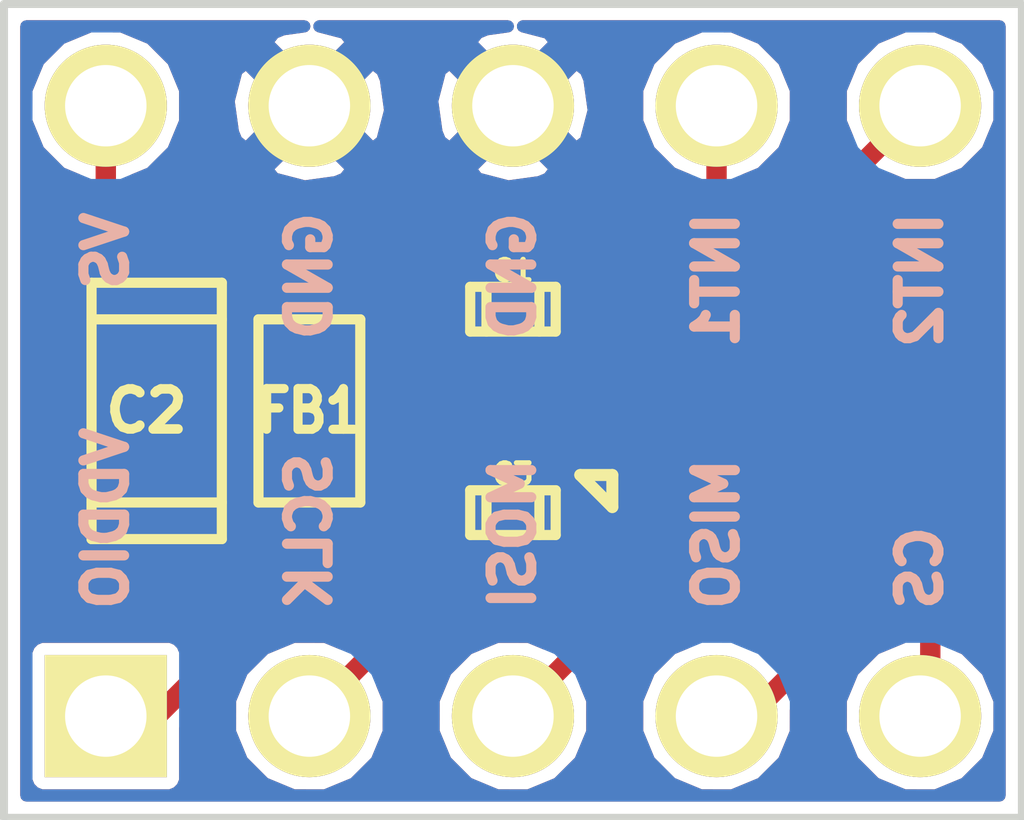
<source format=kicad_pcb>
(kicad_pcb (version 3) (host pcbnew "(2013-june-11)-stable")

  (general
    (links 20)
    (no_connects 0)
    (area 158.699999 98.3234 171.500001 112.4966)
    (thickness 1.6)
    (drawings 14)
    (tracks 41)
    (zones 0)
    (modules 7)
    (nets 10)
  )

  (page A3)
  (layers
    (15 F.Cu signal hide)
    (0 B.Cu signal hide)
    (19 F.Paste user)
    (20 B.SilkS user)
    (21 F.SilkS user)
    (22 B.Mask user)
    (23 F.Mask user)
    (28 Edge.Cuts user)
  )

  (setup
    (last_trace_width 0.254)
    (trace_clearance 0.127)
    (zone_clearance 0.1524)
    (zone_45_only no)
    (trace_min 0.127)
    (segment_width 0.2)
    (edge_width 0.1)
    (via_size 0.889)
    (via_drill 0.635)
    (via_min_size 0.4572)
    (via_min_drill 0.254)
    (uvia_size 0.508)
    (uvia_drill 0.127)
    (uvias_allowed no)
    (uvia_min_size 0.508)
    (uvia_min_drill 0.127)
    (pcb_text_width 0.3)
    (pcb_text_size 1.5 1.5)
    (mod_edge_width 0.15)
    (mod_text_size 1 1)
    (mod_text_width 0.15)
    (pad_size 1.524 1.524)
    (pad_drill 1.016)
    (pad_to_mask_clearance 0)
    (aux_axis_origin 0 0)
    (visible_elements FFFFFFBF)
    (pcbplotparams
      (layerselection 284721153)
      (usegerberextensions true)
      (excludeedgelayer true)
      (linewidth 0.150000)
      (plotframeref false)
      (viasonmask false)
      (mode 1)
      (useauxorigin false)
      (hpglpennumber 1)
      (hpglpenspeed 20)
      (hpglpendiameter 15)
      (hpglpenoverlay 2)
      (psnegative false)
      (psa4output false)
      (plotreference true)
      (plotvalue true)
      (plotothertext true)
      (plotinvisibletext false)
      (padsonsilk false)
      (subtractmaskfromsilk false)
      (outputformat 1)
      (mirror false)
      (drillshape 0)
      (scaleselection 1)
      (outputdirectory gerbers/))
  )

  (net 0 "")
  (net 1 /CS)
  (net 2 /INT1)
  (net 3 /INT2)
  (net 4 /MISO)
  (net 5 /MOSI)
  (net 6 /SCLK)
  (net 7 /VDDIO)
  (net 8 /VS)
  (net 9 GND)

  (net_class Default "This is the default net class."
    (clearance 0.127)
    (trace_width 0.254)
    (via_dia 0.889)
    (via_drill 0.635)
    (uvia_dia 0.508)
    (uvia_drill 0.127)
    (add_net "")
    (add_net /CS)
    (add_net /INT1)
    (add_net /INT2)
    (add_net /MISO)
    (add_net /MOSI)
    (add_net /SCLK)
    (add_net /VDDIO)
    (add_net /VS)
    (add_net GND)
  )

  (module PIN_ARRAY_5x1 (layer F.Cu) (tedit 53CB0137) (tstamp 53CAFF39)
    (at 165.1 109.22)
    (descr "Double rangee de contacts 2 x 5 pins")
    (tags CONN)
    (path /53CAFEBF)
    (fp_text reference P1 (at 0 -2.54) (layer F.SilkS) hide
      (effects (font (size 1.016 1.016) (thickness 0.2032)))
    )
    (fp_text value CONN_5 (at 0 2.54) (layer F.SilkS) hide
      (effects (font (size 1.016 1.016) (thickness 0.2032)))
    )
    (pad 1 thru_hole rect (at -5.08 0) (size 1.524 1.524) (drill 1.016)
      (layers *.Cu *.Mask F.SilkS)
      (net 7 /VDDIO)
    )
    (pad 2 thru_hole circle (at -2.54 0) (size 1.524 1.524) (drill 1.016)
      (layers *.Cu *.Mask F.SilkS)
      (net 6 /SCLK)
    )
    (pad 3 thru_hole circle (at 0 0) (size 1.524 1.524) (drill 1.016)
      (layers *.Cu *.Mask F.SilkS)
      (net 5 /MOSI)
    )
    (pad 4 thru_hole circle (at 2.54 0) (size 1.524 1.524) (drill 1.016)
      (layers *.Cu *.Mask F.SilkS)
      (net 4 /MISO)
    )
    (pad 5 thru_hole circle (at 5.08 0) (size 1.524 1.524) (drill 1.016)
      (layers *.Cu *.Mask F.SilkS)
      (net 1 /CS)
    )
    (model pin_array/pins_array_5x1.wrl
      (at (xyz 0 0 0))
      (scale (xyz 1 1 1))
      (rotate (xyz 0 0 0))
    )
  )

  (module PIN_ARRAY_5x1 (layer F.Cu) (tedit 53CB0144) (tstamp 53CAFF2C)
    (at 165.1 101.6 180)
    (descr "Double rangee de contacts 2 x 5 pins")
    (tags CONN)
    (path /53CAFEB0)
    (fp_text reference P2 (at 0 -2.54 180) (layer F.SilkS) hide
      (effects (font (size 1.016 1.016) (thickness 0.2032)))
    )
    (fp_text value CONN_5 (at 0 2.54 180) (layer F.SilkS) hide
      (effects (font (size 1.016 1.016) (thickness 0.2032)))
    )
    (pad 1 thru_hole circle (at -5.08 0 180) (size 1.524 1.524) (drill 1.016)
      (layers *.Cu *.Mask F.SilkS)
      (net 3 /INT2)
    )
    (pad 2 thru_hole circle (at -2.54 0 180) (size 1.524 1.524) (drill 1.016)
      (layers *.Cu *.Mask F.SilkS)
      (net 2 /INT1)
    )
    (pad 3 thru_hole circle (at 0 0 180) (size 1.524 1.524) (drill 1.016)
      (layers *.Cu *.Mask F.SilkS)
      (net 9 GND)
    )
    (pad 4 thru_hole circle (at 2.54 0 180) (size 1.524 1.524) (drill 1.016)
      (layers *.Cu *.Mask F.SilkS)
      (net 9 GND)
    )
    (pad 5 thru_hole circle (at 5.08 0 180) (size 1.524 1.524) (drill 1.016)
      (layers *.Cu *.Mask F.SilkS)
      (net 8 /VS)
    )
    (model pin_array/pins_array_5x1.wrl
      (at (xyz 0 0 0))
      (scale (xyz 1 1 1))
      (rotate (xyz 0 0 0))
    )
  )

  (module SM0603 (layer F.Cu) (tedit 53CB0500) (tstamp 53CAFF1F)
    (at 162.56 105.41 270)
    (path /53CAFE1E)
    (attr smd)
    (fp_text reference FB1 (at 0 0 360) (layer F.SilkS)
      (effects (font (size 0.508 0.4572) (thickness 0.1143)))
    )
    (fp_text value FILTER (at 0 0 270) (layer F.SilkS) hide
      (effects (font (size 0.508 0.4572) (thickness 0.1143)))
    )
    (fp_line (start -1.143 -0.635) (end 1.143 -0.635) (layer F.SilkS) (width 0.127))
    (fp_line (start 1.143 -0.635) (end 1.143 0.635) (layer F.SilkS) (width 0.127))
    (fp_line (start 1.143 0.635) (end -1.143 0.635) (layer F.SilkS) (width 0.127))
    (fp_line (start -1.143 0.635) (end -1.143 -0.635) (layer F.SilkS) (width 0.127))
    (pad 1 smd rect (at -0.762 0 270) (size 0.635 1.143)
      (layers F.Cu F.Paste F.Mask)
      (net 8 /VS)
    )
    (pad 2 smd rect (at 0.762 0 270) (size 0.635 1.143)
      (layers F.Cu F.Paste F.Mask)
      (net 7 /VDDIO)
    )
    (model smd\resistors\R0603.wrl
      (at (xyz 0 0 0.001))
      (scale (xyz 0.5 0.5 0.5))
      (rotate (xyz 0 0 0))
    )
  )

  (module c_0402 (layer F.Cu) (tedit 53CB0512) (tstamp 53CAFF51)
    (at 165.1 104.14)
    (descr "SMT capacitor, 0402")
    (path /53CAFDF1)
    (fp_text reference C1 (at 0 -0.4826) (layer F.SilkS)
      (effects (font (size 0.254 0.254) (thickness 0.0635)))
    )
    (fp_text value CP1 (at 0 0.4826) (layer F.SilkS) hide
      (effects (font (size 0.1524 0.1524) (thickness 0.03048)))
    )
    (fp_line (start 0.3302 -0.2794) (end 0.3302 0.2794) (layer F.SilkS) (width 0.127))
    (fp_line (start -0.3302 -0.2794) (end -0.3302 0.2794) (layer F.SilkS) (width 0.127))
    (fp_line (start -0.5334 -0.2794) (end -0.5334 0.2794) (layer F.SilkS) (width 0.127))
    (fp_line (start -0.5334 0.2794) (end 0.5334 0.2794) (layer F.SilkS) (width 0.127))
    (fp_line (start 0.5334 0.2794) (end 0.5334 -0.2794) (layer F.SilkS) (width 0.127))
    (fp_line (start 0.5334 -0.2794) (end -0.5334 -0.2794) (layer F.SilkS) (width 0.127))
    (pad 1 smd rect (at 0.54864 0) (size 0.8001 0.6985)
      (layers F.Cu F.Paste F.Mask)
      (net 8 /VS)
    )
    (pad 2 smd rect (at -0.54864 0) (size 0.8001 0.6985)
      (layers F.Cu F.Paste F.Mask)
      (net 9 GND)
    )
    (model smd/capacitors/c_0402.wrl
      (at (xyz 0 0 0))
      (scale (xyz 1 1 1))
      (rotate (xyz 0 0 0))
    )
  )

  (module c_0402 (layer F.Cu) (tedit 53CB0522) (tstamp 53CAFF5D)
    (at 165.1 106.68)
    (descr "SMT capacitor, 0402")
    (path /53CAFE00)
    (fp_text reference C3 (at 0 -0.4826) (layer F.SilkS)
      (effects (font (size 0.254 0.254) (thickness 0.0635)))
    )
    (fp_text value CP1 (at 0 0.4826) (layer F.SilkS) hide
      (effects (font (size 0.1524 0.1524) (thickness 0.03048)))
    )
    (fp_line (start 0.3302 -0.2794) (end 0.3302 0.2794) (layer F.SilkS) (width 0.127))
    (fp_line (start -0.3302 -0.2794) (end -0.3302 0.2794) (layer F.SilkS) (width 0.127))
    (fp_line (start -0.5334 -0.2794) (end -0.5334 0.2794) (layer F.SilkS) (width 0.127))
    (fp_line (start -0.5334 0.2794) (end 0.5334 0.2794) (layer F.SilkS) (width 0.127))
    (fp_line (start 0.5334 0.2794) (end 0.5334 -0.2794) (layer F.SilkS) (width 0.127))
    (fp_line (start 0.5334 -0.2794) (end -0.5334 -0.2794) (layer F.SilkS) (width 0.127))
    (pad 1 smd rect (at 0.54864 0) (size 0.8001 0.6985)
      (layers F.Cu F.Paste F.Mask)
      (net 7 /VDDIO)
    )
    (pad 2 smd rect (at -0.54864 0) (size 0.8001 0.6985)
      (layers F.Cu F.Paste F.Mask)
      (net 9 GND)
    )
    (model smd/capacitors/c_0402.wrl
      (at (xyz 0 0 0))
      (scale (xyz 1 1 1))
      (rotate (xyz 0 0 0))
    )
  )

  (module ADXL362 (layer F.Cu) (tedit 53CB00F4) (tstamp 53CAFF71)
    (at 167.64 105.41 90)
    (path /53CAFDD3)
    (clearance 0.16)
    (fp_text reference U1 (at 0 2.7 90) (layer F.SilkS) hide
      (effects (font (size 1 1) (thickness 0.15)))
    )
    (fp_text value ADXL362 (at 0 -2.6 90) (layer F.SilkS) hide
      (effects (font (size 1 1) (thickness 0.15)))
    )
    (fp_line (start -0.8 -1.3) (end -0.8 -1.7) (layer F.SilkS) (width 0.15))
    (fp_line (start -0.8 -1.7) (end -1.2 -1.3) (layer F.SilkS) (width 0.15))
    (fp_line (start -1.2 -1.3) (end -0.8 -1.3) (layer F.SilkS) (width 0.15))
    (pad 1 smd rect (at -1.2875 -1 90) (size 0.925 0.3)
      (layers F.Cu F.Paste F.Mask)
      (net 7 /VDDIO)
    )
    (pad 2 smd rect (at -1.2875 -0.5 90) (size 0.925 0.3)
      (layers F.Cu F.Paste F.Mask)
    )
    (pad 3 smd rect (at -1.2875 0 90) (size 0.925 0.3)
      (layers F.Cu F.Paste F.Mask)
    )
    (pad 4 smd rect (at -1.2875 0.5 90) (size 0.925 0.3)
      (layers F.Cu F.Paste F.Mask)
      (net 6 /SCLK)
    )
    (pad 5 smd rect (at -1.2875 1 90) (size 0.925 0.3)
      (layers F.Cu F.Paste F.Mask)
    )
    (pad 6 smd rect (at -0.5 1.275 90) (size 0.3 0.8)
      (layers F.Cu F.Paste F.Mask)
      (net 5 /MOSI)
    )
    (pad 7 smd rect (at 0 1.275 90) (size 0.3 0.8)
      (layers F.Cu F.Paste F.Mask)
      (net 4 /MISO)
    )
    (pad 8 smd rect (at 0.5 1.275 90) (size 0.3 0.8)
      (layers F.Cu F.Paste F.Mask)
      (net 1 /CS)
    )
    (pad 9 smd rect (at 1.2875 1 90) (size 0.925 0.3)
      (layers F.Cu F.Paste F.Mask)
      (net 3 /INT2)
    )
    (pad 10 smd rect (at 1.2875 0.5 90) (size 0.925 0.3)
      (layers F.Cu F.Paste F.Mask)
    )
    (pad 11 smd rect (at 1.2875 0 90) (size 0.925 0.3)
      (layers F.Cu F.Paste F.Mask)
      (net 2 /INT1)
    )
    (pad 12 smd rect (at 1.2875 -0.5 90) (size 0.925 0.3)
      (layers F.Cu F.Paste F.Mask)
      (net 9 GND)
    )
    (pad 13 smd rect (at 1.2875 -1 90) (size 0.925 0.3)
      (layers F.Cu F.Paste F.Mask)
      (net 9 GND)
    )
    (pad 14 smd rect (at 0.5 -1.275 90) (size 0.3 0.8)
      (layers F.Cu F.Paste F.Mask)
      (net 8 /VS)
    )
    (pad 15 smd rect (at 0 -1.275 90) (size 0.3 0.8)
      (layers F.Cu F.Paste F.Mask)
    )
    (pad 16 smd rect (at -0.5 -1.275 90) (size 0.3 0.8)
      (layers F.Cu F.Paste F.Mask)
      (net 9 GND)
    )
  )

  (module c_1206 (layer F.Cu) (tedit 53CB0505) (tstamp 53CB023C)
    (at 160.655 105.41 90)
    (descr "SMT capacitor, 1206")
    (path /53CAFDE2)
    (fp_text reference C2 (at 0 -0.127 180) (layer F.SilkS)
      (effects (font (size 0.50038 0.50038) (thickness 0.11938)))
    )
    (fp_text value CP1 (at 0 1.27 90) (layer F.SilkS) hide
      (effects (font (size 0.50038 0.50038) (thickness 0.11938)))
    )
    (fp_line (start 1.143 0.8128) (end 1.143 -0.8128) (layer F.SilkS) (width 0.127))
    (fp_line (start -1.143 -0.8128) (end -1.143 0.8128) (layer F.SilkS) (width 0.127))
    (fp_line (start -1.6002 -0.8128) (end -1.6002 0.8128) (layer F.SilkS) (width 0.127))
    (fp_line (start -1.6002 0.8128) (end 1.6002 0.8128) (layer F.SilkS) (width 0.127))
    (fp_line (start 1.6002 0.8128) (end 1.6002 -0.8128) (layer F.SilkS) (width 0.127))
    (fp_line (start 1.6002 -0.8128) (end -1.6002 -0.8128) (layer F.SilkS) (width 0.127))
    (pad 1 smd rect (at 1.397 0 90) (size 1.6002 1.8034)
      (layers F.Cu F.Paste F.Mask)
      (net 8 /VS)
    )
    (pad 2 smd rect (at -1.397 0 90) (size 1.6002 1.8034)
      (layers F.Cu F.Paste F.Mask)
      (net 9 GND)
    )
    (model smd/capacitors/c_1206.wrl
      (at (xyz 0 0 0))
      (scale (xyz 1 1 1))
      (rotate (xyz 0 0 0))
    )
  )

  (gr_text INT2 (at 170.18 102.87 90) (layer B.SilkS)
    (effects (font (size 0.508 0.508) (thickness 0.127)) (justify left mirror))
  )
  (gr_text INT1 (at 167.64 102.87 90) (layer B.SilkS)
    (effects (font (size 0.508 0.508) (thickness 0.127)) (justify left mirror))
  )
  (gr_text GND (at 165.1 102.87 90) (layer B.SilkS)
    (effects (font (size 0.508 0.508) (thickness 0.127)) (justify left mirror))
  )
  (gr_text "GND\n" (at 162.56 102.87 90) (layer B.SilkS)
    (effects (font (size 0.508 0.508) (thickness 0.127)) (justify left mirror))
  )
  (gr_text VS (at 160.02 102.87 90) (layer B.SilkS)
    (effects (font (size 0.508 0.508) (thickness 0.127)) (justify left mirror))
  )
  (gr_text CS (at 170.18 107.95 90) (layer B.SilkS)
    (effects (font (size 0.508 0.508) (thickness 0.127)) (justify right mirror))
  )
  (gr_text MISO (at 167.64 107.95 90) (layer B.SilkS)
    (effects (font (size 0.508 0.508) (thickness 0.127)) (justify right mirror))
  )
  (gr_text MOSI (at 165.1 107.95 90) (layer B.SilkS)
    (effects (font (size 0.508 0.508) (thickness 0.127)) (justify right mirror))
  )
  (gr_text SCLK (at 162.56 107.95 90) (layer B.SilkS)
    (effects (font (size 0.508 0.508) (thickness 0.127)) (justify right mirror))
  )
  (gr_text VDDIO (at 160.02 107.95 90) (layer B.SilkS)
    (effects (font (size 0.508 0.508) (thickness 0.127)) (justify right mirror))
  )
  (gr_line (start 158.75 110.49) (end 158.75 100.33) (angle 90) (layer Edge.Cuts) (width 0.1))
  (gr_line (start 171.45 110.49) (end 158.75 110.49) (angle 90) (layer Edge.Cuts) (width 0.1))
  (gr_line (start 171.45 100.33) (end 171.45 110.49) (angle 90) (layer Edge.Cuts) (width 0.1))
  (gr_line (start 158.75 100.33) (end 171.45 100.33) (angle 90) (layer Edge.Cuts) (width 0.1))

  (segment (start 168.915 104.91) (end 169.583818 104.91) (width 0.254) (layer F.Cu) (net 1))
  (segment (start 170.307004 109.092996) (end 170.18 109.22) (width 0.254) (layer F.Cu) (net 1) (tstamp 53CB04DF))
  (segment (start 170.307004 105.633186) (end 170.307004 109.092996) (width 0.254) (layer F.Cu) (net 1) (tstamp 53CB04DD))
  (segment (start 169.583818 104.91) (end 170.307004 105.633186) (width 0.254) (layer F.Cu) (net 1) (tstamp 53CB04DA))
  (segment (start 167.64 104.1225) (end 167.64 101.6) (width 0.254) (layer F.Cu) (net 2))
  (segment (start 168.64 104.1225) (end 168.64 103.14) (width 0.254) (layer F.Cu) (net 3))
  (segment (start 168.64 103.14) (end 170.18 101.6) (width 0.254) (layer F.Cu) (net 3) (tstamp 53CB03F7))
  (segment (start 168.915 105.41) (end 169.545 105.41) (width 0.254) (layer F.Cu) (net 4))
  (segment (start 168.051818 109.22) (end 167.64 109.22) (width 0.254) (layer F.Cu) (net 4) (tstamp 53CB04D6))
  (segment (start 169.926002 107.345816) (end 168.051818 109.22) (width 0.254) (layer F.Cu) (net 4) (tstamp 53CB04D4))
  (segment (start 169.926002 105.791002) (end 169.926002 107.345816) (width 0.254) (layer F.Cu) (net 4) (tstamp 53CB04D3))
  (segment (start 169.545 105.41) (end 169.926002 105.791002) (width 0.254) (layer F.Cu) (net 4) (tstamp 53CB04D2))
  (segment (start 168.915 105.91) (end 169.41 105.91) (width 0.254) (layer F.Cu) (net 5))
  (segment (start 166.369998 107.950002) (end 165.1 109.22) (width 0.254) (layer F.Cu) (net 5) (tstamp 53CB04CD))
  (segment (start 168.782998 107.950002) (end 166.369998 107.950002) (width 0.254) (layer F.Cu) (net 5) (tstamp 53CB04C8))
  (segment (start 169.545 107.188) (end 168.782998 107.950002) (width 0.254) (layer F.Cu) (net 5) (tstamp 53CB04C6))
  (segment (start 169.545 106.045) (end 169.545 107.188) (width 0.254) (layer F.Cu) (net 5) (tstamp 53CB04C5))
  (segment (start 169.41 105.91) (end 169.545 106.045) (width 0.254) (layer F.Cu) (net 5) (tstamp 53CB04C4))
  (segment (start 168.14 106.6975) (end 168.14 107.323) (width 0.254) (layer F.Cu) (net 6))
  (segment (start 164.211 107.569) (end 162.56 109.22) (width 0.254) (layer F.Cu) (net 6) (tstamp 53CB04C0))
  (segment (start 167.894 107.569) (end 164.211 107.569) (width 0.254) (layer F.Cu) (net 6) (tstamp 53CB04BE))
  (segment (start 168.14 107.323) (end 167.894 107.569) (width 0.254) (layer F.Cu) (net 6) (tstamp 53CB04B8))
  (segment (start 160.02 109.22) (end 160.655 109.22) (width 0.254) (layer F.Cu) (net 7))
  (segment (start 162.56 107.315) (end 162.56 106.172) (width 0.254) (layer F.Cu) (net 7) (tstamp 53CB03CA))
  (segment (start 160.655 109.22) (end 162.56 107.315) (width 0.254) (layer F.Cu) (net 7) (tstamp 53CB03C9))
  (segment (start 165.64864 106.68) (end 165.64864 106.59364) (width 0.254) (layer F.Cu) (net 7))
  (segment (start 162.687 106.045) (end 162.56 106.172) (width 0.254) (layer F.Cu) (net 7) (tstamp 53CB03C6))
  (segment (start 165.1 106.045) (end 162.687 106.045) (width 0.254) (layer F.Cu) (net 7) (tstamp 53CB03C3))
  (segment (start 165.64864 106.59364) (end 165.1 106.045) (width 0.254) (layer F.Cu) (net 7) (tstamp 53CB03C2))
  (segment (start 165.64864 106.68) (end 166.6225 106.68) (width 0.254) (layer F.Cu) (net 7))
  (segment (start 166.6225 106.68) (end 166.64 106.6975) (width 0.254) (layer F.Cu) (net 7) (tstamp 53CB0358))
  (segment (start 166.365 104.91) (end 163.965 104.91) (width 0.254) (layer F.Cu) (net 8))
  (segment (start 163.703 104.648) (end 162.56 104.648) (width 0.254) (layer F.Cu) (net 8) (tstamp 53CB03B5))
  (segment (start 163.965 104.91) (end 163.703 104.648) (width 0.254) (layer F.Cu) (net 8) (tstamp 53CB03B4))
  (segment (start 162.56 104.648) (end 161.29 104.648) (width 0.254) (layer F.Cu) (net 8))
  (segment (start 161.29 104.648) (end 160.655 104.013) (width 0.254) (layer F.Cu) (net 8) (tstamp 53CB03AC))
  (segment (start 160.02 101.6) (end 160.02 103.378) (width 0.254) (layer F.Cu) (net 8))
  (segment (start 160.02 103.378) (end 160.655 104.013) (width 0.254) (layer F.Cu) (net 8) (tstamp 53CB03A9))
  (segment (start 166.365 104.91) (end 165.87 104.91) (width 0.254) (layer F.Cu) (net 8))
  (segment (start 165.64864 104.68864) (end 165.64864 104.14) (width 0.254) (layer F.Cu) (net 8) (tstamp 53CB0353))
  (segment (start 165.87 104.91) (end 165.64864 104.68864) (width 0.254) (layer F.Cu) (net 8) (tstamp 53CB034F))

  (zone (net 9) (net_name GND) (layer F.Cu) (tstamp 53CB0374) (hatch edge 0.508)
    (connect_pads thru_hole_only (clearance 0.1524))
    (min_thickness 0.1524)
    (fill (arc_segments 16) (thermal_gap 0.1524) (thermal_bridge_width 0.508))
    (polygon
      (pts
        (xy 158.75 100.33) (xy 158.75 110.49) (xy 171.45 110.49) (xy 171.45 100.33)
      )
    )
    (filled_polygon
      (pts
        (xy 171.1714 110.2114) (xy 171.170772 110.2114) (xy 171.170772 109.023822) (xy 171.020279 108.659603) (xy 170.741862 108.3807)
        (xy 170.662604 108.347789) (xy 170.662604 105.633186) (xy 170.635536 105.497104) (xy 170.635535 105.497103) (xy 170.558451 105.381739)
        (xy 169.835265 104.658553) (xy 169.719901 104.581468) (xy 169.583818 104.5544) (xy 169.43578 104.5544) (xy 169.362189 104.523842)
        (xy 169.268223 104.52376) (xy 169.02624 104.52376) (xy 169.02624 103.613223) (xy 168.9956 103.539068) (xy 168.9956 103.287294)
        (xy 169.777444 102.50545) (xy 169.982093 102.590428) (xy 170.376178 102.590772) (xy 170.740397 102.440279) (xy 171.0193 102.161862)
        (xy 171.170428 101.797907) (xy 171.170772 101.403822) (xy 171.020279 101.039603) (xy 170.741862 100.7607) (xy 170.377907 100.609572)
        (xy 169.983822 100.609228) (xy 169.619603 100.759721) (xy 169.3407 101.038138) (xy 169.189572 101.402093) (xy 169.189228 101.796178)
        (xy 169.274515 102.002589) (xy 168.388553 102.888553) (xy 168.311468 103.003917) (xy 168.2844 103.14) (xy 168.2844 103.423795)
        (xy 168.243223 103.42376) (xy 167.9956 103.42376) (xy 167.9956 102.524899) (xy 168.200397 102.440279) (xy 168.4793 102.161862)
        (xy 168.630428 101.797907) (xy 168.630772 101.403822) (xy 168.480279 101.039603) (xy 168.201862 100.7607) (xy 167.837907 100.609572)
        (xy 167.443822 100.609228) (xy 167.079603 100.759721) (xy 166.8007 101.038138) (xy 166.649572 101.402093) (xy 166.649228 101.796178)
        (xy 166.799721 102.160397) (xy 167.078138 102.4393) (xy 167.2844 102.524947) (xy 167.2844 103.539219) (xy 167.253842 103.612811)
        (xy 167.25376 103.706777) (xy 167.25376 104.631777) (xy 167.289643 104.718621) (xy 167.356029 104.785123) (xy 167.442811 104.821158)
        (xy 167.536777 104.82124) (xy 167.836777 104.82124) (xy 167.890023 104.799238) (xy 167.942811 104.821158) (xy 168.036777 104.82124)
        (xy 168.27876 104.82124) (xy 168.27876 105.106777) (xy 168.300761 105.160023) (xy 168.278842 105.212811) (xy 168.27876 105.306777)
        (xy 168.27876 105.606777) (xy 168.300761 105.660023) (xy 168.278842 105.712811) (xy 168.27876 105.806777) (xy 168.27876 105.998791)
        (xy 168.243223 105.99876) (xy 167.943223 105.99876) (xy 167.889976 106.020761) (xy 167.837189 105.998842) (xy 167.743223 105.99876)
        (xy 167.443223 105.99876) (xy 167.389976 106.020761) (xy 167.337189 105.998842) (xy 167.243223 105.99876) (xy 167.00124 105.99876)
        (xy 167.00124 105.513223) (xy 167.00124 105.213223) (xy 166.979238 105.159976) (xy 167.001158 105.107189) (xy 167.00124 105.013223)
        (xy 167.00124 104.713223) (xy 166.965357 104.626379) (xy 166.898971 104.559877) (xy 166.812189 104.523842) (xy 166.718223 104.52376)
        (xy 166.277259 104.52376) (xy 166.277329 104.443978) (xy 166.277329 103.745478) (xy 166.2426 103.661428) (xy 166.17835 103.597066)
        (xy 166.10827 103.567965) (xy 166.10827 101.659212) (xy 166.054179 101.268857) (xy 166.00886 101.159447) (xy 165.887661 101.063786)
        (xy 165.351447 101.6) (xy 165.887661 102.136214) (xy 166.00886 102.040553) (xy 166.10827 101.659212) (xy 166.10827 103.567965)
        (xy 166.09436 103.56219) (xy 166.003418 103.562111) (xy 165.636214 103.562111) (xy 165.636214 102.387661) (xy 165.1 101.851447)
        (xy 164.848553 102.102894) (xy 164.848553 101.6) (xy 164.312339 101.063786) (xy 164.19114 101.159447) (xy 164.09173 101.540788)
        (xy 164.145821 101.931143) (xy 164.19114 102.040553) (xy 164.312339 102.136214) (xy 164.848553 101.6) (xy 164.848553 102.102894)
        (xy 164.563786 102.387661) (xy 164.659447 102.50886) (xy 165.040788 102.60827) (xy 165.431143 102.554179) (xy 165.540553 102.50886)
        (xy 165.636214 102.387661) (xy 165.636214 103.562111) (xy 165.203318 103.562111) (xy 165.119268 103.59684) (xy 165.054906 103.66109)
        (xy 165.02003 103.74508) (xy 165.019951 103.836022) (xy 165.019951 104.534522) (xy 165.028164 104.5544) (xy 164.112294 104.5544)
        (xy 163.954447 104.396553) (xy 163.839083 104.319468) (xy 163.703 104.2924) (xy 163.56827 104.2924) (xy 163.56827 101.659212)
        (xy 163.514179 101.268857) (xy 163.46886 101.159447) (xy 163.347661 101.063786) (xy 162.811447 101.6) (xy 163.347661 102.136214)
        (xy 163.46886 102.040553) (xy 163.56827 101.659212) (xy 163.56827 104.2924) (xy 163.360139 104.2924) (xy 163.360139 104.285228)
        (xy 163.32541 104.201178) (xy 163.26116 104.136816) (xy 163.17717 104.10194) (xy 163.096214 104.101869) (xy 163.096214 102.387661)
        (xy 162.56 101.851447) (xy 162.308553 102.102894) (xy 162.308553 101.6) (xy 161.772339 101.063786) (xy 161.65114 101.159447)
        (xy 161.55173 101.540788) (xy 161.605821 101.931143) (xy 161.65114 102.040553) (xy 161.772339 102.136214) (xy 162.308553 101.6)
        (xy 162.308553 102.102894) (xy 162.023786 102.387661) (xy 162.119447 102.50886) (xy 162.500788 102.60827) (xy 162.891143 102.554179)
        (xy 163.000553 102.50886) (xy 163.096214 102.387661) (xy 163.096214 104.101869) (xy 163.086228 104.101861) (xy 161.943228 104.101861)
        (xy 161.859178 104.13659) (xy 161.794816 104.20084) (xy 161.785339 104.223662) (xy 161.785339 103.167628) (xy 161.75061 103.083578)
        (xy 161.68636 103.019216) (xy 161.60237 102.98434) (xy 161.511428 102.984261) (xy 160.3756 102.984261) (xy 160.3756 102.524899)
        (xy 160.580397 102.440279) (xy 160.8593 102.161862) (xy 161.010428 101.797907) (xy 161.010772 101.403822) (xy 160.860279 101.039603)
        (xy 160.581862 100.7607) (xy 160.217907 100.609572) (xy 159.823822 100.609228) (xy 159.459603 100.759721) (xy 159.1807 101.038138)
        (xy 159.029572 101.402093) (xy 159.029228 101.796178) (xy 159.179721 102.160397) (xy 159.458138 102.4393) (xy 159.6644 102.524947)
        (xy 159.6644 103.002287) (xy 159.623978 103.01899) (xy 159.559616 103.08324) (xy 159.52474 103.16723) (xy 159.524661 103.258172)
        (xy 159.524661 104.858372) (xy 159.55939 104.942422) (xy 159.62364 105.006784) (xy 159.70763 105.04166) (xy 159.798572 105.041739)
        (xy 161.601972 105.041739) (xy 161.686022 105.00701) (xy 161.689437 105.0036) (xy 161.759861 105.0036) (xy 161.759861 105.010772)
        (xy 161.79459 105.094822) (xy 161.85884 105.159184) (xy 161.94283 105.19406) (xy 162.033772 105.194139) (xy 163.176772 105.194139)
        (xy 163.260822 105.15941) (xy 163.325184 105.09516) (xy 163.36006 105.01117) (xy 163.360066 105.0036) (xy 163.555706 105.0036)
        (xy 163.713552 105.161446) (xy 163.713553 105.161447) (xy 163.828917 105.238531) (xy 163.828918 105.238532) (xy 163.964999 105.265599)
        (xy 163.965 105.2656) (xy 165.728795 105.2656) (xy 165.72876 105.306777) (xy 165.72876 105.606777) (xy 165.764643 105.693621)
        (xy 165.831029 105.760123) (xy 165.917811 105.796158) (xy 166.011777 105.79624) (xy 166.811777 105.79624) (xy 166.898621 105.760357)
        (xy 166.965123 105.693971) (xy 167.001158 105.607189) (xy 167.00124 105.513223) (xy 167.00124 105.99876) (xy 166.943223 105.99876)
        (xy 166.889976 106.020761) (xy 166.837189 105.998842) (xy 166.743223 105.99876) (xy 166.443223 105.99876) (xy 166.356379 106.034643)
        (xy 166.289877 106.101029) (xy 166.253842 106.187811) (xy 166.253806 106.228549) (xy 166.2426 106.201428) (xy 166.17835 106.137066)
        (xy 166.09436 106.10219) (xy 166.003418 106.102111) (xy 165.660005 106.102111) (xy 165.351447 105.793553) (xy 165.236083 105.716468)
        (xy 165.1 105.6894) (xy 163.289694 105.6894) (xy 163.26116 105.660816) (xy 163.17717 105.62594) (xy 163.086228 105.625861)
        (xy 161.943228 105.625861) (xy 161.859178 105.66059) (xy 161.794816 105.72484) (xy 161.75994 105.80883) (xy 161.759861 105.899772)
        (xy 161.759861 106.534772) (xy 161.79459 106.618822) (xy 161.85884 106.683184) (xy 161.94283 106.71806) (xy 162.033772 106.718139)
        (xy 162.2044 106.718139) (xy 162.2044 107.167705) (xy 160.995651 108.376454) (xy 160.97591 108.328678) (xy 160.91166 108.264316)
        (xy 160.82767 108.22944) (xy 160.736728 108.229361) (xy 159.212728 108.229361) (xy 159.128678 108.26409) (xy 159.064316 108.32834)
        (xy 159.02944 108.41233) (xy 159.029361 108.503272) (xy 159.029361 110.027272) (xy 159.06409 110.111322) (xy 159.12834 110.175684)
        (xy 159.21233 110.21056) (xy 159.303272 110.210639) (xy 160.827272 110.210639) (xy 160.911322 110.17591) (xy 160.975684 110.11166)
        (xy 161.01056 110.02767) (xy 161.010639 109.936728) (xy 161.010639 109.367255) (xy 162.811447 107.566448) (xy 162.811447 107.566447)
        (xy 162.862953 107.489363) (xy 162.888531 107.451083) (xy 162.888532 107.451082) (xy 162.915599 107.315001) (xy 162.9156 107.315)
        (xy 162.9156 106.718139) (xy 163.176772 106.718139) (xy 163.260822 106.68341) (xy 163.325184 106.61916) (xy 163.36006 106.53517)
        (xy 163.360139 106.444228) (xy 163.360139 106.4006) (xy 164.952706 106.4006) (xy 165.019951 106.467845) (xy 165.019951 107.074522)
        (xy 165.05468 107.158572) (xy 165.109412 107.2134) (xy 164.211 107.2134) (xy 164.074918 107.240468) (xy 164.036637 107.266046)
        (xy 163.959552 107.317553) (xy 162.962555 108.314549) (xy 162.757907 108.229572) (xy 162.363822 108.229228) (xy 161.999603 108.379721)
        (xy 161.7207 108.658138) (xy 161.569572 109.022093) (xy 161.569228 109.416178) (xy 161.719721 109.780397) (xy 161.998138 110.0593)
        (xy 162.362093 110.210428) (xy 162.756178 110.210772) (xy 163.120397 110.060279) (xy 163.3993 109.781862) (xy 163.550428 109.417907)
        (xy 163.550772 109.023822) (xy 163.465484 108.81741) (xy 164.358294 107.9246) (xy 165.892506 107.9246) (xy 165.502555 108.31455)
        (xy 165.297907 108.229572) (xy 164.903822 108.229228) (xy 164.539603 108.379721) (xy 164.2607 108.658138) (xy 164.109572 109.022093)
        (xy 164.109228 109.416178) (xy 164.259721 109.780397) (xy 164.538138 110.0593) (xy 164.902093 110.210428) (xy 165.296178 110.210772)
        (xy 165.660397 110.060279) (xy 165.9393 109.781862) (xy 166.090428 109.417907) (xy 166.090772 109.023822) (xy 166.005483 108.81741)
        (xy 166.517291 108.305602) (xy 167.258983 108.305602) (xy 167.079603 108.379721) (xy 166.8007 108.658138) (xy 166.649572 109.022093)
        (xy 166.649228 109.416178) (xy 166.799721 109.780397) (xy 167.078138 110.0593) (xy 167.442093 110.210428) (xy 167.836178 110.210772)
        (xy 168.200397 110.060279) (xy 168.4793 109.781862) (xy 168.630428 109.417907) (xy 168.630667 109.144044) (xy 169.951404 107.823308)
        (xy 169.951404 108.242622) (xy 169.619603 108.379721) (xy 169.3407 108.658138) (xy 169.189572 109.022093) (xy 169.189228 109.416178)
        (xy 169.339721 109.780397) (xy 169.618138 110.0593) (xy 169.982093 110.210428) (xy 170.376178 110.210772) (xy 170.740397 110.060279)
        (xy 171.0193 109.781862) (xy 171.170428 109.417907) (xy 171.170772 109.023822) (xy 171.170772 110.2114) (xy 159.0286 110.2114)
        (xy 159.0286 100.6086) (xy 162.497467 100.6086) (xy 162.228857 100.645821) (xy 162.119447 100.69114) (xy 162.023786 100.812339)
        (xy 162.56 101.348553) (xy 163.096214 100.812339) (xy 163.000553 100.69114) (xy 162.683926 100.6086) (xy 165.037467 100.6086)
        (xy 164.768857 100.645821) (xy 164.659447 100.69114) (xy 164.563786 100.812339) (xy 165.1 101.348553) (xy 165.636214 100.812339)
        (xy 165.540553 100.69114) (xy 165.223926 100.6086) (xy 171.1714 100.6086) (xy 171.1714 110.2114)
      )
    )
  )
  (zone (net 9) (net_name GND) (layer B.Cu) (tstamp 53CB0640) (hatch edge 0.508)
    (connect_pads (clearance 0.1524))
    (min_thickness 0.1524)
    (fill (arc_segments 16) (thermal_gap 0.1524) (thermal_bridge_width 0.508))
    (polygon
      (pts
        (xy 158.75 100.33) (xy 158.75 110.49) (xy 171.45 110.49) (xy 171.45 100.33)
      )
    )
    (filled_polygon
      (pts
        (xy 171.1714 110.2114) (xy 171.170772 110.2114) (xy 171.170772 109.023822) (xy 171.170772 101.403822) (xy 171.020279 101.039603)
        (xy 170.741862 100.7607) (xy 170.377907 100.609572) (xy 169.983822 100.609228) (xy 169.619603 100.759721) (xy 169.3407 101.038138)
        (xy 169.189572 101.402093) (xy 169.189228 101.796178) (xy 169.339721 102.160397) (xy 169.618138 102.4393) (xy 169.982093 102.590428)
        (xy 170.376178 102.590772) (xy 170.740397 102.440279) (xy 171.0193 102.161862) (xy 171.170428 101.797907) (xy 171.170772 101.403822)
        (xy 171.170772 109.023822) (xy 171.020279 108.659603) (xy 170.741862 108.3807) (xy 170.377907 108.229572) (xy 169.983822 108.229228)
        (xy 169.619603 108.379721) (xy 169.3407 108.658138) (xy 169.189572 109.022093) (xy 169.189228 109.416178) (xy 169.339721 109.780397)
        (xy 169.618138 110.0593) (xy 169.982093 110.210428) (xy 170.376178 110.210772) (xy 170.740397 110.060279) (xy 171.0193 109.781862)
        (xy 171.170428 109.417907) (xy 171.170772 109.023822) (xy 171.170772 110.2114) (xy 168.630772 110.2114) (xy 168.630772 109.023822)
        (xy 168.630772 101.403822) (xy 168.480279 101.039603) (xy 168.201862 100.7607) (xy 167.837907 100.609572) (xy 167.443822 100.609228)
        (xy 167.079603 100.759721) (xy 166.8007 101.038138) (xy 166.649572 101.402093) (xy 166.649228 101.796178) (xy 166.799721 102.160397)
        (xy 167.078138 102.4393) (xy 167.442093 102.590428) (xy 167.836178 102.590772) (xy 168.200397 102.440279) (xy 168.4793 102.161862)
        (xy 168.630428 101.797907) (xy 168.630772 101.403822) (xy 168.630772 109.023822) (xy 168.480279 108.659603) (xy 168.201862 108.3807)
        (xy 167.837907 108.229572) (xy 167.443822 108.229228) (xy 167.079603 108.379721) (xy 166.8007 108.658138) (xy 166.649572 109.022093)
        (xy 166.649228 109.416178) (xy 166.799721 109.780397) (xy 167.078138 110.0593) (xy 167.442093 110.210428) (xy 167.836178 110.210772)
        (xy 168.200397 110.060279) (xy 168.4793 109.781862) (xy 168.630428 109.417907) (xy 168.630772 109.023822) (xy 168.630772 110.2114)
        (xy 166.10827 110.2114) (xy 166.10827 101.659212) (xy 166.054179 101.268857) (xy 166.00886 101.159447) (xy 165.887661 101.063786)
        (xy 165.351447 101.6) (xy 165.887661 102.136214) (xy 166.00886 102.040553) (xy 166.10827 101.659212) (xy 166.10827 110.2114)
        (xy 166.090772 110.2114) (xy 166.090772 109.023822) (xy 165.940279 108.659603) (xy 165.661862 108.3807) (xy 165.636214 108.370049)
        (xy 165.636214 102.387661) (xy 165.1 101.851447) (xy 164.848553 102.102894) (xy 164.848553 101.6) (xy 164.312339 101.063786)
        (xy 164.19114 101.159447) (xy 164.09173 101.540788) (xy 164.145821 101.931143) (xy 164.19114 102.040553) (xy 164.312339 102.136214)
        (xy 164.848553 101.6) (xy 164.848553 102.102894) (xy 164.563786 102.387661) (xy 164.659447 102.50886) (xy 165.040788 102.60827)
        (xy 165.431143 102.554179) (xy 165.540553 102.50886) (xy 165.636214 102.387661) (xy 165.636214 108.370049) (xy 165.297907 108.229572)
        (xy 164.903822 108.229228) (xy 164.539603 108.379721) (xy 164.2607 108.658138) (xy 164.109572 109.022093) (xy 164.109228 109.416178)
        (xy 164.259721 109.780397) (xy 164.538138 110.0593) (xy 164.902093 110.210428) (xy 165.296178 110.210772) (xy 165.660397 110.060279)
        (xy 165.9393 109.781862) (xy 166.090428 109.417907) (xy 166.090772 109.023822) (xy 166.090772 110.2114) (xy 163.56827 110.2114)
        (xy 163.56827 101.659212) (xy 163.514179 101.268857) (xy 163.46886 101.159447) (xy 163.347661 101.063786) (xy 162.811447 101.6)
        (xy 163.347661 102.136214) (xy 163.46886 102.040553) (xy 163.56827 101.659212) (xy 163.56827 110.2114) (xy 163.550772 110.2114)
        (xy 163.550772 109.023822) (xy 163.400279 108.659603) (xy 163.121862 108.3807) (xy 163.096214 108.370049) (xy 163.096214 102.387661)
        (xy 162.56 101.851447) (xy 162.308553 102.102894) (xy 162.308553 101.6) (xy 161.772339 101.063786) (xy 161.65114 101.159447)
        (xy 161.55173 101.540788) (xy 161.605821 101.931143) (xy 161.65114 102.040553) (xy 161.772339 102.136214) (xy 162.308553 101.6)
        (xy 162.308553 102.102894) (xy 162.023786 102.387661) (xy 162.119447 102.50886) (xy 162.500788 102.60827) (xy 162.891143 102.554179)
        (xy 163.000553 102.50886) (xy 163.096214 102.387661) (xy 163.096214 108.370049) (xy 162.757907 108.229572) (xy 162.363822 108.229228)
        (xy 161.999603 108.379721) (xy 161.7207 108.658138) (xy 161.569572 109.022093) (xy 161.569228 109.416178) (xy 161.719721 109.780397)
        (xy 161.998138 110.0593) (xy 162.362093 110.210428) (xy 162.756178 110.210772) (xy 163.120397 110.060279) (xy 163.3993 109.781862)
        (xy 163.550428 109.417907) (xy 163.550772 109.023822) (xy 163.550772 110.2114) (xy 161.010772 110.2114) (xy 161.010772 101.403822)
        (xy 160.860279 101.039603) (xy 160.581862 100.7607) (xy 160.217907 100.609572) (xy 159.823822 100.609228) (xy 159.459603 100.759721)
        (xy 159.1807 101.038138) (xy 159.029572 101.402093) (xy 159.029228 101.796178) (xy 159.179721 102.160397) (xy 159.458138 102.4393)
        (xy 159.822093 102.590428) (xy 160.216178 102.590772) (xy 160.580397 102.440279) (xy 160.8593 102.161862) (xy 161.010428 101.797907)
        (xy 161.010772 101.403822) (xy 161.010772 110.2114) (xy 161.010639 110.2114) (xy 161.010639 109.936728) (xy 161.010639 108.412728)
        (xy 160.97591 108.328678) (xy 160.91166 108.264316) (xy 160.82767 108.22944) (xy 160.736728 108.229361) (xy 159.212728 108.229361)
        (xy 159.128678 108.26409) (xy 159.064316 108.32834) (xy 159.02944 108.41233) (xy 159.029361 108.503272) (xy 159.029361 110.027272)
        (xy 159.06409 110.111322) (xy 159.12834 110.175684) (xy 159.21233 110.21056) (xy 159.303272 110.210639) (xy 160.827272 110.210639)
        (xy 160.911322 110.17591) (xy 160.975684 110.11166) (xy 161.01056 110.02767) (xy 161.010639 109.936728) (xy 161.010639 110.2114)
        (xy 159.0286 110.2114) (xy 159.0286 100.6086) (xy 162.497467 100.6086) (xy 162.228857 100.645821) (xy 162.119447 100.69114)
        (xy 162.023786 100.812339) (xy 162.56 101.348553) (xy 163.096214 100.812339) (xy 163.000553 100.69114) (xy 162.683926 100.6086)
        (xy 165.037467 100.6086) (xy 164.768857 100.645821) (xy 164.659447 100.69114) (xy 164.563786 100.812339) (xy 165.1 101.348553)
        (xy 165.636214 100.812339) (xy 165.540553 100.69114) (xy 165.223926 100.6086) (xy 171.1714 100.6086) (xy 171.1714 110.2114)
      )
    )
  )
)

</source>
